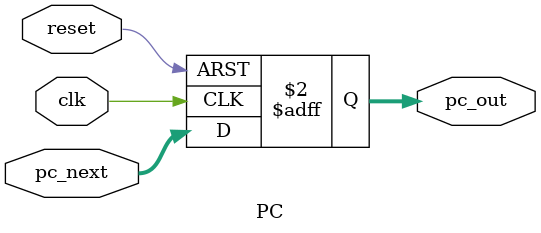
<source format=sv>
module PC (
    input  wire        clk,        // Clock
    input  wire        reset,      // Reset
    input  wire [31:0] pc_next,    // Giá trị PC tiếp theo từ PC_MUX
    output reg  [31:0] pc_out      // Giá trị PC hiện tại
);

    always @(posedge clk or posedge reset) begin
        if (reset)
            pc_out <= 32'b0;       // Reset PC về 0
        else
            pc_out <= pc_next;     // Cập nhật PC với giá trị tiếp theo
    end

endmodule

</source>
